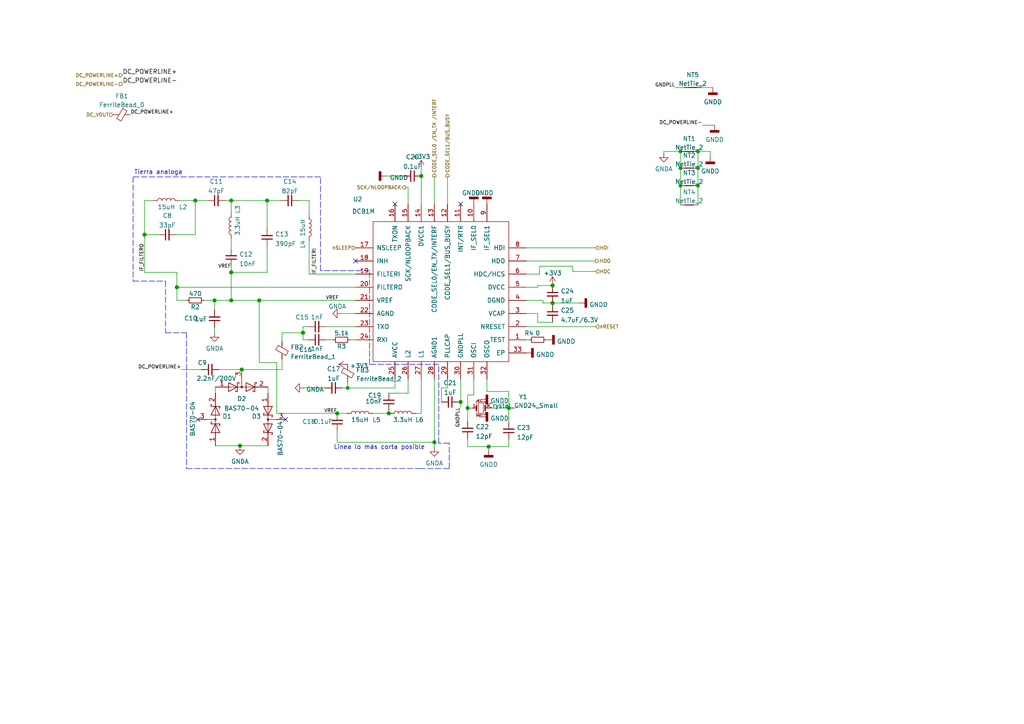
<source format=kicad_sch>
(kicad_sch (version 20211123) (generator eeschema)
  (paper "A4")
  (lib_symbols
    (symbol "Device:C_Small" (pin_numbers hide) (pin_names (offset 0.254) hide)
      (property "Reference" "C" (at 0.254 1.778 0))
      (property "Value" "C_Small" (at 0.254 -2.032 0))
      (symbol "C_Small_0_1"
        (polyline (pts (xy -1.524 -0.508) (xy 1.524 -0.508)) (stroke (width 0.3302)))
        (polyline (pts (xy -1.524 0.508) (xy 1.524 0.508)) (stroke (width 0.3048)))
      )
      (symbol "C_Small_1_1"
        (pin passive line (at 0 2.54 270) (length 2.032) (name "~") (number "1"))
        (pin passive line (at 0 -2.54 90) (length 2.032) (name "~") (number "2"))
      )
    )
    (symbol "Device:Crystal_GND24_Small" (pin_names (offset 1.016) hide)
      (property "Reference" "Y" (at 1.27 4.445 0))
      (property "Value" "Crystal_GND24_Small" (at 1.27 2.54 0))
      (symbol "Crystal_GND24_Small_0_1"
        (rectangle (start -0.762 -1.524) (end 0.762 1.524))
        (polyline (pts (xy -1.27 -0.762) (xy -1.27 0.762)) (stroke (width 0.381)))
        (polyline (pts (xy 1.27 -0.762) (xy 1.27 0.762)) (stroke (width 0.381)))
        (polyline (pts (xy -1.27 -1.27) (xy -1.27 -1.905) (xy 1.27 -1.905) (xy 1.27 -1.27)))
        (polyline (pts (xy -1.27 1.27) (xy -1.27 1.905) (xy 1.27 1.905) (xy 1.27 1.27)))
      )
      (symbol "Crystal_GND24_Small_1_1"
        (pin passive line (at -2.54 0 0) (length 1.27) (name "1") (number "1"))
        (pin passive line (at 0 -2.54 90) (length 0.635) (name "2") (number "2"))
        (pin passive line (at 2.54 0 180) (length 1.27) (name "3") (number "3"))
        (pin passive line (at 0 2.54 270) (length 0.635) (name "4") (number "4"))
      )
    )
    (symbol "Device:D_Schottky_x2_Serial_AKC" (pin_names (offset 0.762) hide)
      (property "Reference" "D" (at 1.27 -2.54 0))
      (property "Value" "D_Schottky_x2_Serial_AKC" (at 0 2.54 0))
      (symbol "D_Schottky_x2_Serial_AKC_0_1"
        (polyline (pts (xy -3.81 0) (xy 3.81 0)))
        (polyline (pts (xy 0 0) (xy 0 -2.54)))
        (polyline (pts (xy 6.35 0) (xy 7.62 0)))
        (polyline (pts (xy -1.27 -1.27) (xy -1.27 1.27) (xy -1.27 1.27)) (stroke (width 0.2032)))
        (polyline (pts (xy 3.81 1.27) (xy 3.81 -1.27) (xy 3.81 -1.27)) (stroke (width 0.2032)))
        (polyline (pts (xy -1.27 -1.27) (xy -0.762 -1.27) (xy -0.762 -1.016) (xy -0.762 -1.016)) (stroke (width 0.2032)))
        (polyline (pts (xy 3.81 -1.27) (xy 4.318 -1.27) (xy 4.318 -1.016) (xy 4.318 -1.016)) (stroke (width 0.2032)))
        (polyline (pts (xy 3.81 1.27) (xy 3.302 1.27) (xy 3.302 1.016) (xy 3.302 1.016)) (stroke (width 0.2032)))
        (polyline (pts (xy -1.778 1.016) (xy -1.778 1.27) (xy -1.27 1.27) (xy -1.27 1.27) (xy -1.27 1.27)) (stroke (width 0.2032)))
        (polyline (pts (xy -3.81 1.27) (xy -1.27 0) (xy -3.81 -1.27) (xy -3.81 1.27) (xy -3.81 1.27) (xy -3.81 1.27)) (stroke (width 0.2032)))
        (polyline (pts (xy 1.27 1.27) (xy 3.81 0) (xy 1.27 -1.27) (xy 1.27 1.27) (xy 1.27 1.27) (xy 1.27 1.27)) (stroke (width 0.2032)))
        (circle (center 0 0) (radius 0.254) (fill (type outline)))
        (pin passive line (at -7.62 0 0) (length 3.81) (name "A") (number "1"))
        (pin passive line (at 7.62 0 180) (length 3.81) (name "K") (number "2"))
        (pin passive line (at 0 -5.08 90) (length 2.54) (name "common") (number "3"))
      )
    )
    (symbol "Device:Ferrite_Bead_Small" (pin_numbers hide) (pin_names (offset 0))
      (property "Reference" "FB" (at 1.905 1.27 0))
      (property "Value" "Ferrite_Bead_Small" (at 1.905 -1.27 0))
      (symbol "Ferrite_Bead_Small_0_1"
        (polyline (pts (xy 0 -1.27) (xy 0 -0.7874)))
        (polyline (pts (xy 0 0.889) (xy 0 1.2954)))
        (polyline (pts (xy -1.8288 0.2794) (xy -1.1176 1.4986) (xy 1.8288 -0.2032) (xy 1.1176 -1.4224) (xy -1.8288 0.2794)))
      )
      (symbol "Ferrite_Bead_Small_1_1"
        (pin passive line (at 0 2.54 270) (length 1.27) (name "~") (number "1"))
        (pin passive line (at 0 -2.54 90) (length 1.27) (name "~") (number "2"))
      )
    )
    (symbol "Device:L" (pin_numbers hide) (pin_names (offset 1.016) hide)
      (property "Reference" "L" (at -1.27 0 90))
      (property "Value" "L" (at 1.905 0 90))
      (symbol "L_0_1"
        (arc (start 0 -2.54) (mid 0.635 -1.905) (end 0 -1.27))
        (arc (start 0 -1.27) (mid 0.635 -0.635) (end 0 0))
        (arc (start 0 0) (mid 0.635 0.635) (end 0 1.27))
        (arc (start 0 1.27) (mid 0.635 1.905) (end 0 2.54))
      )
      (symbol "L_1_1"
        (pin passive line (at 0 3.81 270) (length 1.27) (name "1") (number "1"))
        (pin passive line (at 0 -3.81 90) (length 1.27) (name "2") (number "2"))
      )
    )
    (symbol "Device:NetTie_2" (pin_numbers hide) (pin_names (offset 0) hide)
      (property "Reference" "NT" (at 0 1.27 0))
      (property "Value" "NetTie_2" (at 0 -1.27 0))
      (symbol "NetTie_2_0_1"
        (polyline (pts (xy -1.27 0) (xy 1.27 0)) (stroke (width 0.254)))
      )
      (symbol "NetTie_2_1_1"
        (pin passive line (at -2.54 0 0) (length 2.54) (name "1") (number "1"))
        (pin passive line (at 2.54 0 180) (length 2.54) (name "2") (number "2"))
      )
    )
    (symbol "Device:R_Small" (pin_numbers hide) (pin_names (offset 0.254) hide)
      (property "Reference" "R" (at 0.762 0.508 0))
      (property "Value" "R_Small" (at 0.762 -1.016 0))
      (symbol "R_Small_0_1"
        (rectangle (start -0.762 1.778) (end 0.762 -1.778) (stroke (width 0.2032)))
      )
      (symbol "R_Small_1_1"
        (pin passive line (at 0 2.54 270) (length 0.762) (name "~") (number "1"))
        (pin passive line (at 0 -2.54 90) (length 0.762) (name "~") (number "2"))
      )
    )
    (symbol "power:+3V3" (power) (pin_names (offset 0))
      (property "Value" "+3V3" (at 0 3.556 0))
      (symbol "+3V3_0_1"
        (polyline (pts (xy -0.762 1.27) (xy 0 2.54)))
        (polyline (pts (xy 0 0) (xy 0 2.54)))
        (polyline (pts (xy 0 2.54) (xy 0.762 1.27)))
      )
      (symbol "+3V3_1_1"
        (pin power_in line (at 0 0 90) (length 0) hide (name "+3V3") (number "1"))
      )
    )
    (symbol "power:GNDA" (power) (pin_names (offset 0))
      (property "Value" "GNDA" (at 0 -3.81 0))
      (symbol "GNDA_0_1"
        (polyline (pts (xy 0 0) (xy 0 -1.27) (xy 1.27 -1.27) (xy 0 -2.54) (xy -1.27 -1.27) (xy 0 -1.27)))
      )
      (symbol "GNDA_1_1"
        (pin power_in line (at 0 0 270) (length 0) hide (name "GNDA") (number "1"))
      )
    )
    (symbol "power:GNDD" (power) (pin_names (offset 0))
      (property "Value" "GNDD" (at 0 -3.175 0))
      (symbol "GNDD_0_1"
        (rectangle (start -1.27 -1.524) (end 1.27 -2.032) (stroke (width 0.254)) (fill (type outline)))
        (polyline (pts (xy 0 0) (xy 0 -1.524)))
      )
      (symbol "GNDD_1_1"
        (pin power_in line (at 0 0 270) (length 0) hide (name "GNDD") (number "1"))
      )
    )
    (symbol "zembia:DCB1M" (pin_names (offset 1.016))
      (property "Reference" "U" (at -36.83 43.18 0))
      (property "Value" "DCB1M" (at 20.32 -3.81 0))
      (property "MPN" "DCB1M" (at 0 0 0))
      (symbol "DCB1M_0_1"
        (rectangle (start -34.29 39.37) (end 5.08 -1.27))
      )
      (symbol "DCB1M_1_1"
        (pin input line (at 10.16 5.08 180) (length 5.08) (name "TEST") (number "1"))
        (pin input line (at -5.08 44.45 270) (length 5.08) (name "IF_SEL0") (number "10"))
        (pin input line (at -8.89 44.45 270) (length 5.08) (name "INT/RTR") (number "11"))
        (pin input line (at -12.7 44.45 270) (length 5.08) (name "CODE_SEL1/BUS_BUSY") (number "12"))
        (pin input line (at -16.51 44.45 270) (length 5.08) (name "CODE_SEL0/EN_TX/INTERF") (number "13"))
        (pin input line (at -20.32 44.45 270) (length 5.08) (name "DVCC1") (number "14"))
        (pin input line (at -24.13 44.45 270) (length 5.08) (name "SCK/NLOOPBACK") (number "15"))
        (pin input line (at -27.94 44.45 270) (length 5.08) (name "TXON") (number "16"))
        (pin input line (at -39.37 31.75 0) (length 5.08) (name "NSLEEP") (number "17"))
        (pin input line (at -39.37 27.94 0) (length 5.08) (name "INH") (number "18"))
        (pin input line (at -39.37 24.13 0) (length 5.08) (name "FILTERI") (number "19"))
        (pin input line (at 10.16 8.89 180) (length 5.08) (name "NRESET") (number "2"))
        (pin input line (at -39.37 20.32 0) (length 5.08) (name "FILTERO") (number "20"))
        (pin input line (at -39.37 16.51 0) (length 5.08) (name "VREF") (number "21"))
        (pin input line (at -39.37 12.7 0) (length 5.08) (name "AGND") (number "22"))
        (pin input line (at -39.37 8.89 0) (length 5.08) (name "TXO") (number "23"))
        (pin input line (at -39.37 5.08 0) (length 5.08) (name "RXI") (number "24"))
        (pin input line (at -27.94 -6.35 90) (length 5.08) (name "AVCC") (number "25"))
        (pin input line (at -24.13 -6.35 90) (length 5.08) (name "L2") (number "26"))
        (pin input line (at -20.32 -6.35 90) (length 5.08) (name "L1") (number "27"))
        (pin input line (at -16.51 -6.35 90) (length 5.08) (name "AGND1") (number "28"))
        (pin input line (at -12.7 -6.35 90) (length 5.08) (name "PLLCAP") (number "29"))
        (pin input line (at 10.16 12.7 180) (length 5.08) (name "VCAP") (number "3"))
        (pin input line (at -8.89 -6.35 90) (length 5.08) (name "GNDPLL") (number "30"))
        (pin input line (at -5.08 -6.35 90) (length 5.08) (name "OSCI") (number "31"))
        (pin input line (at -1.27 -6.35 90) (length 5.08) (name "OSCO") (number "32"))
        (pin input line (at 10.16 1.27 180) (length 5.08) (name "EP") (number "33"))
        (pin input line (at 10.16 16.51 180) (length 5.08) (name "DGND") (number "4"))
        (pin input line (at 10.16 20.32 180) (length 5.08) (name "DVCC") (number "5"))
        (pin input line (at 10.16 24.13 180) (length 5.08) (name "HDC/HCS") (number "6"))
        (pin input line (at 10.16 27.94 180) (length 5.08) (name "HDO") (number "7"))
        (pin input line (at 10.16 31.75 180) (length 5.08) (name "HDI") (number "8"))
        (pin input line (at -1.27 44.45 270) (length 5.08) (name "IF_SEL1") (number "9"))
      )
    )
  )
  (junction (at 135.636 118.364) (diameter 1.016))
  (junction (at 67.056 78.994) (diameter 1.016))
  (junction (at 100.838 112.522))
  (junction (at 197.358 43.942))
  (junction (at 202.438 53.848))
  (junction (at 75.184 87.122) (diameter 1.016))
  (junction (at 122.174 51.054) (diameter 1.016))
  (junction (at 70.104 107.188) (diameter 1.016))
  (junction (at 112.776 119.888) (diameter 1.016))
  (junction (at 87.884 96.52) (diameter 1.016))
  (junction (at 51.308 83.312) (diameter 1.016))
  (junction (at 197.358 48.768))
  (junction (at 69.596 129.286) (diameter 1.016))
  (junction (at 147.574 118.364) (diameter 1.016))
  (junction (at 56.642 58.166) (diameter 1.016))
  (junction (at 133.604 116.586) (diameter 1.016))
  (junction (at 141.732 129.54) (diameter 1.016))
  (junction (at 97.79 119.888) (diameter 1.016))
  (junction (at 202.438 48.768))
  (junction (at 41.91 68.072) (diameter 1.016))
  (junction (at 160.274 87.884) (diameter 1.016))
  (junction (at 160.274 82.804) (diameter 1.016))
  (junction (at 62.23 87.122) (diameter 1.016))
  (junction (at 202.438 43.942))
  (junction (at 67.056 58.166) (diameter 1.016))
  (junction (at 67.056 87.122) (diameter 1.016))
  (junction (at 125.984 128.27) (diameter 1.016))
  (junction (at 197.358 53.848))
  (junction (at 77.47 58.166) (diameter 1.016))
  (no_connect (at 103.124 75.692))
  (no_connect (at 133.604 59.182))
  (no_connect (at 114.554 59.182))
  (no_connect (at 57.404 121.666))
  (no_connect (at 82.804 121.666))
  (wire (pts (xy 135.636 114.554) (xy 135.636 118.364)))
  (wire (pts (xy 137.414 109.982) (xy 137.414 114.554)))
  (wire (pts (xy 137.414 114.554) (xy 135.636 114.554)))
  (wire (pts (xy 62.23 94.996) (xy 62.23 96.52)))
  (wire (pts (xy 152.654 98.552) (xy 153.416 98.552)))
  (wire (pts (xy 152.654 90.932) (xy 155.956 90.932)))
  (wire (pts (xy 155.956 90.932) (xy 155.956 93.472)))
  (wire (pts (xy 155.956 93.472) (xy 160.274 93.472)))
  (wire (pts (xy 135.636 127.254) (xy 135.636 129.54)))
  (wire (pts (xy 135.636 129.54) (xy 141.732 129.54)))
  (wire (pts (xy 141.732 129.54) (xy 147.574 129.54)))
  (wire (pts (xy 147.574 129.54) (xy 147.574 127.508)))
  (wire (pts (xy 62.484 129.286) (xy 69.596 129.286)))
  (wire (pts (xy 69.596 129.286) (xy 77.724 129.286)))
  (wire (pts (xy 112.776 119.126) (xy 112.776 119.888)))
  (wire (pts (xy 112.776 119.888) (xy 113.03 119.888)))
  (wire (pts (xy 67.056 78.994) (xy 67.056 87.122)))
  (wire (pts (xy 141.732 129.54) (xy 141.732 130.556)))
  (wire (pts (xy 62.484 112.268) (xy 62.484 114.046)))
  (wire (pts (xy 202.438 48.768) (xy 202.438 43.942)))
  (polyline (pts (xy 38.608 51.308) (xy 38.608 81.534)) (stroke (width 0) (type dash)))
  (polyline (pts (xy 38.608 81.534) (xy 48.006 81.534)) (stroke (width 0) (type dash)))
  (polyline (pts (xy 48.006 81.534) (xy 48.006 96.52)) (stroke (width 0) (type dash)))
  (polyline (pts (xy 48.006 96.52) (xy 54.102 96.52)) (stroke (width 0) (type dash)))
  (polyline (pts (xy 54.102 96.52) (xy 54.102 135.89)) (stroke (width 0) (type dash)))
  (polyline (pts (xy 54.102 135.89) (xy 121.666 135.89)) (stroke (width 0) (type dash)))
  (polyline (pts (xy 92.964 51.308) (xy 38.608 51.308)) (stroke (width 0) (type dash)))
  (polyline (pts (xy 92.964 78.486) (xy 92.964 51.308)) (stroke (width 0) (type dash)))
  (polyline (pts (xy 107.188 78.486) (xy 92.964 78.486)) (stroke (width 0) (type dash)))
  (polyline (pts (xy 107.188 105.664) (xy 107.188 78.486)) (stroke (width 0) (type dash)))
  (polyline (pts (xy 121.666 135.89) (xy 130.302 135.89)) (stroke (width 0) (type dash)))
  (polyline (pts (xy 127.254 105.664) (xy 107.188 105.664)) (stroke (width 0) (type dash)))
  (polyline (pts (xy 127.254 128.524) (xy 127.254 105.664)) (stroke (width 0) (type dash)))
  (polyline (pts (xy 130.302 128.524) (xy 127.254 128.524)) (stroke (width 0) (type dash)))
  (polyline (pts (xy 130.302 135.89) (xy 130.302 128.524)) (stroke (width 0) (type dash)))
  (wire (pts (xy 152.654 71.882) (xy 172.72 71.882)))
  (wire (pts (xy 41.91 58.166) (xy 41.91 68.072)))
  (wire (pts (xy 41.91 68.072) (xy 45.974 68.072)))
  (wire (pts (xy 44.45 58.166) (xy 41.91 58.166)))
  (wire (pts (xy 87.884 94.742) (xy 87.884 96.52)))
  (wire (pts (xy 87.884 96.52) (xy 87.884 98.552)))
  (wire (pts (xy 87.884 98.552) (xy 89.408 98.552)))
  (wire (pts (xy 89.408 94.742) (xy 87.884 94.742)))
  (wire (pts (xy 152.654 83.312) (xy 155.956 83.312)))
  (wire (pts (xy 155.956 82.804) (xy 160.274 82.804)))
  (wire (pts (xy 155.956 83.312) (xy 155.956 82.804)))
  (wire (pts (xy 75.184 87.122) (xy 75.184 105.156)))
  (wire (pts (xy 80.264 105.156) (xy 75.184 105.156)))
  (wire (pts (xy 80.264 119.888) (xy 80.264 105.156)))
  (wire (pts (xy 97.79 119.888) (xy 80.264 119.888)))
  (wire (pts (xy 62.23 87.122) (xy 67.056 87.122)))
  (wire (pts (xy 67.056 87.122) (xy 75.184 87.122)))
  (wire (pts (xy 75.184 87.122) (xy 103.124 87.122)))
  (wire (pts (xy 63.5 107.188) (xy 70.104 107.188)))
  (wire (pts (xy 70.104 107.188) (xy 81.788 107.188)))
  (wire (pts (xy 81.788 107.188) (xy 81.788 104.14)))
  (wire (pts (xy 125.984 109.982) (xy 125.984 128.27)))
  (wire (pts (xy 125.984 128.27) (xy 125.984 129.794)))
  (wire (pts (xy 51.054 68.072) (xy 56.642 68.072)))
  (wire (pts (xy 56.642 58.166) (xy 52.07 58.166)))
  (wire (pts (xy 56.642 68.072) (xy 56.642 58.166)))
  (wire (pts (xy 128.016 112.522) (xy 128.016 116.586)))
  (wire (pts (xy 129.794 109.982) (xy 129.794 112.522)))
  (wire (pts (xy 129.794 112.522) (xy 128.016 112.522)))
  (wire (pts (xy 203.454 25.4) (xy 206.756 25.4)))
  (wire (pts (xy 94.488 98.552) (xy 96.52 98.552)))
  (wire (pts (xy 99.314 112.522) (xy 100.838 112.522)))
  (wire (pts (xy 197.358 43.942) (xy 197.358 48.768)))
  (wire (pts (xy 67.056 77.216) (xy 67.056 78.994)))
  (wire (pts (xy 152.654 79.502) (xy 156.464 79.502)))
  (wire (pts (xy 156.464 77.216) (xy 166.116 77.216)))
  (wire (pts (xy 156.464 79.502) (xy 156.464 77.216)))
  (wire (pts (xy 166.116 77.216) (xy 166.116 78.74)))
  (wire (pts (xy 166.116 78.74) (xy 172.72 78.74)))
  (wire (pts (xy 197.358 53.848) (xy 197.358 59.436)))
  (wire (pts (xy 97.79 124.968) (xy 97.79 128.27)))
  (wire (pts (xy 97.79 128.27) (xy 125.984 128.27)))
  (wire (pts (xy 141.224 109.982) (xy 141.224 113.538)))
  (wire (pts (xy 141.224 113.538) (xy 147.574 113.538)))
  (wire (pts (xy 147.574 113.538) (xy 147.574 118.364)))
  (wire (pts (xy 56.642 58.166) (xy 60.198 58.166)))
  (wire (pts (xy 122.174 49.022) (xy 122.174 51.054)))
  (wire (pts (xy 122.174 51.054) (xy 122.174 59.182)))
  (wire (pts (xy 77.47 58.166) (xy 77.47 66.294)))
  (wire (pts (xy 65.278 58.166) (xy 67.056 58.166)))
  (wire (pts (xy 67.056 58.166) (xy 67.056 61.722)))
  (wire (pts (xy 41.91 68.072) (xy 41.91 78.994)))
  (wire (pts (xy 41.91 78.994) (xy 51.308 78.994)))
  (wire (pts (xy 51.308 83.312) (xy 103.124 83.312)))
  (wire (pts (xy 94.488 94.742) (xy 103.124 94.742)))
  (wire (pts (xy 158.496 98.552) (xy 158.75 98.552)))
  (wire (pts (xy 52.578 107.188) (xy 58.42 107.188)))
  (wire (pts (xy 125.984 51.308) (xy 125.984 59.182)))
  (wire (pts (xy 100.838 112.522) (xy 114.554 112.522)))
  (wire (pts (xy 202.438 43.942) (xy 205.994 43.942)))
  (wire (pts (xy 205.994 45.466) (xy 205.994 43.942)))
  (wire (pts (xy 81.788 96.52) (xy 81.788 99.06)))
  (wire (pts (xy 87.884 96.52) (xy 81.788 96.52)))
  (wire (pts (xy 141.986 118.364) (xy 147.574 118.364)))
  (wire (pts (xy 147.574 118.364) (xy 147.574 122.428)))
  (wire (pts (xy 152.654 94.742) (xy 172.72 94.742)))
  (wire (pts (xy 114.554 112.522) (xy 114.554 109.982)))
  (wire (pts (xy 192.532 43.942) (xy 192.532 44.45)))
  (wire (pts (xy 197.358 43.942) (xy 192.532 43.942)))
  (wire (pts (xy 88.138 112.522) (xy 94.234 112.522)))
  (wire (pts (xy 100.584 119.888) (xy 97.79 119.888)))
  (wire (pts (xy 51.308 83.312) (xy 51.308 78.994)))
  (wire (pts (xy 51.308 87.122) (xy 51.308 83.312)))
  (wire (pts (xy 54.102 87.122) (xy 51.308 87.122)))
  (wire (pts (xy 202.438 48.768) (xy 202.438 53.848)))
  (wire (pts (xy 89.662 69.85) (xy 89.662 79.502)))
  (wire (pts (xy 67.056 58.166) (xy 77.47 58.166)))
  (wire (pts (xy 77.47 58.166) (xy 81.534 58.166)))
  (wire (pts (xy 67.056 69.342) (xy 67.056 72.136)))
  (wire (pts (xy 117.602 54.356) (xy 118.364 54.356)))
  (wire (pts (xy 118.364 54.356) (xy 118.364 59.182)))
  (wire (pts (xy 101.6 98.552) (xy 103.124 98.552)))
  (wire (pts (xy 62.23 87.122) (xy 62.23 89.916)))
  (wire (pts (xy 77.724 112.268) (xy 77.724 114.046)))
  (wire (pts (xy 197.358 48.768) (xy 197.358 53.848)))
  (wire (pts (xy 152.654 75.692) (xy 172.72 75.692)))
  (wire (pts (xy 195.834 25.4) (xy 198.374 25.4)))
  (wire (pts (xy 112.014 51.054) (xy 117.094 51.054)))
  (wire (pts (xy 152.654 87.122) (xy 157.48 87.122)))
  (wire (pts (xy 157.48 87.122) (xy 157.48 87.884)))
  (wire (pts (xy 157.48 87.884) (xy 160.274 87.884)))
  (wire (pts (xy 100.838 110.744) (xy 100.838 112.522)))
  (wire (pts (xy 67.056 78.994) (xy 77.47 78.994)))
  (wire (pts (xy 77.47 78.994) (xy 77.47 71.374)))
  (wire (pts (xy 135.636 118.364) (xy 135.636 122.174)))
  (wire (pts (xy 136.906 118.364) (xy 135.636 118.364)))
  (wire (pts (xy 108.204 119.888) (xy 112.776 119.888)))
  (wire (pts (xy 160.274 87.884) (xy 168.148 87.884)))
  (wire (pts (xy 129.794 51.308) (xy 129.794 59.182)))
  (wire (pts (xy 89.662 79.502) (xy 103.124 79.502)))
  (wire (pts (xy 202.438 53.848) (xy 202.438 59.436)))
  (wire (pts (xy 118.364 109.982) (xy 118.364 114.046)))
  (wire (pts (xy 118.364 114.046) (xy 112.776 114.046)))
  (wire (pts (xy 86.614 58.166) (xy 89.662 58.166)))
  (wire (pts (xy 89.662 58.166) (xy 89.662 62.23)))
  (wire (pts (xy 133.604 116.586) (xy 133.604 118.11)))
  (wire (pts (xy 160.274 87.884) (xy 160.274 88.392)))
  (wire (pts (xy 59.182 87.122) (xy 62.23 87.122)))
  (wire (pts (xy 203.708 36.322) (xy 207.264 36.322)))
  (wire (pts (xy 133.604 109.982) (xy 133.604 116.586)))
  (wire (pts (xy 133.604 116.586) (xy 133.096 116.586)))
  (wire (pts (xy 122.174 109.982) (xy 122.174 119.888)))
  (wire (pts (xy 122.174 119.888) (xy 120.65 119.888)))
  (wire (pts (xy 99.06 90.932) (xy 103.124 90.932)))
  (text "Linea lo más corta posible" (at 96.774 130.556 0) (effects (font (size 1.27 1.27)) (justify left bottom)))
  (text "Tierra analoga" (at 38.862 50.8 0) (effects (font (size 1.27 1.27)) (justify left bottom)))
  (label "GNDPLL" (at 195.834 25.4 180) (effects (font (size 1 1))))
  (label "DC_POWERLINE+" (at 35.56 21.844 0))
  (label "VREF" (at 67.056 77.978 180) (effects (font (size 1 1))))
  (label "GNDPLL" (at 133.604 118.11 270) (effects (font (size 1 1))))
  (label "DC_POWERLINE+" (at 37.846 33.274 0) (effects (font (size 1 1))))
  (label "VREF" (at 97.79 119.888 180) (effects (font (size 1 1))))
  (label "IF_FILTERO" (at 41.91 78.74 90) (effects (font (size 1 1))))
  (label "IF_FILTERI" (at 91.948 79.502 90) (effects (font (size 1 1))))
  (label "DC_POWERLINE-" (at 35.56 24.384 0))
  (label "DC_POWERLINE-" (at 203.708 36.322 180) (effects (font (size 1 1))))
  (label "DC_POWERLINE+" (at 52.578 107.188 180) (effects (font (size 1 1))))
  (label "VREF" (at 98.298 87.122 180) (effects (font (size 1 1))))
  (hierarchical_label "DC_VOUT" (shape input) (at 32.766 33.274 180) (effects (font (size 1 1))))
  (hierarchical_label "HDC" (shape input) (at 172.72 78.74 0) (effects (font (size 1 1))))
  (hierarchical_label "nSLEEP" (shape input) (at 103.124 71.882 180) (effects (font (size 1 1))))
  (hierarchical_label "CODE_SEL1{slash}BUS_BUSY" (shape output) (at 129.794 51.308 90) (effects (font (size 1 1))))
  (hierarchical_label "DC_POWERLINE-" (shape input) (at 35.56 24.384 180) (effects (font (size 1 1))))
  (hierarchical_label "CODE_SEL0 {slash}EN_TX {slash}INTERF" (shape output) (at 125.984 51.308 90) (effects (font (size 1 1))))
  (hierarchical_label "HDI" (shape input) (at 172.72 71.882 0) (effects (font (size 1 1))))
  (hierarchical_label "HDO" (shape output) (at 172.72 75.692 0) (effects (font (size 1 1))))
  (hierarchical_label "DC_POWERLINE+" (shape input) (at 35.56 21.844 180) (effects (font (size 1 1))))
  (hierarchical_label "nRESET" (shape input) (at 172.72 94.742 0) (effects (font (size 1 1))))
  (hierarchical_label "SCK{slash}NLOOPBACK" (shape output) (at 117.602 54.356 180) (effects (font (size 1 1))))
  (symbol (lib_id "Device:C_Small") (at 135.636 124.714 180) (unit 1)
    (property "Reference" "C22" (at 137.9602 123.8055 0) (effects (justify right)))
    (property "Value" "12pF" (at 137.9602 126.5806 0) (effects (justify right)))
    (property "Footprint" "Capacitor_SMD:C_0603_1608Metric" (effects hide))
    (property "MPN" "VJ0603D120JXPAJ" (effects hide))
  )
  (symbol (lib_id "Device:C_Small") (at 62.738 58.166 90) (unit 1)
    (property "Reference" "C11" (at 62.738 52.6373 90))
    (property "Value" "47pF" (at 62.738 55.4124 90))
    (property "Footprint" "Capacitor_SMD:C_0402_1005Metric" (effects hide))
    (property "MPN" "0402N470J250CT" (effects hide))
  )
  (symbol (lib_id "Device:C_Small") (at 67.056 74.676 180) (unit 1)
    (property "Reference" "C12" (at 69.3802 73.7675 0) (effects (justify right)))
    (property "Value" "10nF" (at 69.3802 76.5426 0) (effects (justify right)))
    (property "Footprint" "Capacitor_SMD:C_0603_1608Metric" (effects hide))
    (property "MPN" "VJ0603Y103KXAAC" (effects hide))
  )
  (symbol (lib_id "Device:C_Small") (at 60.96 107.188 90) (mirror x) (unit 1)
    (property "Reference" "C9" (at 58.674 105.2153 90))
    (property "Value" "2.2nF{slash}200V" (at 62.738 109.7684 90))
    (property "Footprint" "Capacitor_SMD:C_0603_1608Metric" (effects hide))
    (property "MPN" "C0603C222K2RECAUTO" (effects hide))
  )
  (symbol (lib_id "Device:L") (at 116.84 119.888 270) (mirror x) (unit 1)
    (property "Reference" "L6" (at 121.666 121.7634 90))
    (property "Value" "3.3uH" (at 116.84 121.7445 90))
    (property "Footprint" "Inductor_SMD:L_0805_2012Metric" (effects hide))
    (property "MPN" "AIML-0805-3R3K-T" (effects hide))
  )
  (symbol (lib_id "Device:L") (at 89.662 66.04 0) (mirror x) (unit 1)
    (property "Reference" "L4" (at 87.7866 70.866 90))
    (property "Value" "15uH" (at 87.8055 66.04 90))
    (property "Footprint" "Inductor_SMD:L_0805_2012Metric" (effects hide))
    (property "MPN" "815-AIML-0805-150K-T" (effects hide))
  )
  (symbol (lib_id "Device:C_Small") (at 91.948 98.552 90) (mirror x) (unit 1)
    (property "Reference" "C16" (at 88.646 101.4053 90))
    (property "Value" "1nF" (at 91.948 101.1324 90))
    (property "Footprint" "Capacitor_SMD:C_0603_1608Metric" (effects hide))
    (property "MPN" "GRM1885C1H102JA01D" (effects hide))
  )
  (symbol (lib_id "Device:C_Small") (at 119.634 51.054 270) (unit 1)
    (property "Reference" "C20" (at 119.634 45.5253 90))
    (property "Value" "0.1uF" (at 119.634 48.3004 90))
    (property "Footprint" "Capacitor_SMD:C_0603_1608Metric" (effects hide))
    (property "MPN" "C0603C104K5RAC3121" (effects hide))
  )
  (symbol (lib_id "Device:C_Small") (at 97.79 122.428 180) (unit 1)
    (property "Reference" "C18" (at 87.6682 122.2815 0) (effects (justify right)))
    (property "Value" "0.1uF" (at 90.9702 122.2626 0) (effects (justify right)))
    (property "Footprint" "Capacitor_SMD:C_0603_1608Metric" (effects hide))
    (property "MPN" "C0603C104K5RAC3121" (effects hide))
  )
  (symbol (lib_id "zembia:DCB1M") (at 142.494 103.632 0) (unit 1)
    (property "Reference" "U2" (at 102.3621 57.7655 0) (effects (justify left)))
    (property "Value" "DCB1M" (at 102.1081 61.3026 0) (effects (justify left)))
    (property "Footprint" "Package_DFN_QFN:QFN-32-1EP_5x5mm_P0.5mm_EP3.3x3.3mm" (effects hide))
    (property "MPN" "DCB1M" (effects hide))
  )
  (symbol (lib_id "Device:C_Small") (at 84.074 58.166 270) (unit 1)
    (property "Reference" "C14" (at 84.074 52.6373 90))
    (property "Value" "82pF" (at 84.074 55.4124 90))
    (property "Footprint" "Capacitor_SMD:C_0603_1608Metric" (effects hide))
    (property "MPN" "VJ0603A820JXAAC" (effects hide))
  )
  (symbol (lib_id "power:+3V3") (at 122.174 49.022 0) (unit 1)
    (property "Reference" "#PWR0116" (effects hide))
    (property "Value" "+3V3" (at 122.174 45.4174 0))
  )
  (symbol (lib_id "Device:R_Small") (at 155.956 98.552 90) (unit 1)
    (property "Reference" "R4" (at 153.416 96.6428 90))
    (property "Value" "0" (at 155.956 96.6239 90))
    (property "Footprint" "Resistor_SMD:R_0603_1608Metric" (effects hide))
    (property "MPN" "CRCW06030000Z0EAHP" (effects hide))
  )
  (symbol (lib_id "Device:C_Small") (at 112.776 116.586 180) (unit 1)
    (property "Reference" "C19" (at 106.7182 114.6615 0) (effects (justify right)))
    (property "Value" "10nF" (at 105.9562 116.4206 0) (effects (justify right)))
    (property "Footprint" "Capacitor_SMD:C_0603_1608Metric" (effects hide))
    (property "MPN" "VJ0603Y103KXAAC" (effects hide))
  )
  (symbol (lib_id "Device:NetTie_2") (at 199.898 53.848 0) (unit 1) (in_bom no)
    (property "Reference" "NT3" (at 199.898 50.1482 0))
    (property "Value" "NetTie_2" (at 199.898 52.6851 0))
    (property "Footprint" "zembia-footprints:NetTie-2_SMD_Pad0.25mm" (effects hide))
  )
  (symbol (lib_id "Device:C_Small") (at 62.23 92.456 180) (unit 1)
    (property "Reference" "C10" (at 53.3782 92.3095 0) (effects (justify right)))
    (property "Value" "1uF" (at 56.4262 92.5446 0) (effects (justify right)))
    (property "Footprint" "Capacitor_SMD:C_0805_2012Metric" (effects hide))
    (property "MPN" "C2012JB1V105M085AB" (effects hide))
  )
  (symbol (lib_id "power:+3V3") (at 100.838 105.664 90) (unit 1)
    (property "Reference" "#PWR0130" (effects hide))
    (property "Value" "+3V3" (at 101.473 106.0978 90) (effects (justify right)))
  )
  (symbol (lib_id "Device:C_Small") (at 147.574 124.968 180) (unit 1)
    (property "Reference" "C23" (at 149.8982 124.0595 0) (effects (justify right)))
    (property "Value" "12pF" (at 149.8982 126.8346 0) (effects (justify right)))
    (property "Footprint" "Capacitor_SMD:C_0603_1608Metric" (effects hide))
    (property "MPN" "VJ0603D120JXPAJ" (effects hide))
  )
  (symbol (lib_id "Device:L") (at 48.26 58.166 270) (mirror x) (unit 1)
    (property "Reference" "L2" (at 53.086 60.0414 90))
    (property "Value" "15uH" (at 48.26 60.0225 90))
    (property "Footprint" "Inductor_SMD:L_0805_2012Metric" (effects hide))
    (property "MPN" "815-AIML-0805-150K-T" (effects hide))
  )
  (symbol (lib_id "Device:R_Small") (at 99.06 98.552 270) (unit 1)
    (property "Reference" "R3" (at 99.06 100.4528 90))
    (property "Value" "5.1k" (at 99.06 96.6239 90))
    (property "Footprint" "Resistor_SMD:R_0603_1608Metric" (effects hide))
    (property "MPN" "CR0603-JW-512ELF" (effects hide))
  )
  (symbol (lib_id "Device:C_Small") (at 160.274 90.932 0) (unit 1)
    (property "Reference" "C25" (at 162.5982 90.0235 0) (effects (justify left)))
    (property "Value" "4.7uF{slash}6.3V" (at 162.5982 92.7986 0) (effects (justify left)))
    (property "Footprint" "Capacitor_SMD:C_0603_1608Metric" (effects hide))
    (property "MPN" "GCJ188C70J475KE02D" (effects hide))
  )
  (symbol (lib_id "power:GNDD") (at 139.446 120.904 90) (unit 1)
    (property "Reference" "#PWR0122" (effects hide))
    (property "Value" "GNDD" (at 142.24 121.3378 90) (effects (justify right)))
  )
  (symbol (lib_id "power:GNDA") (at 88.138 112.522 270) (unit 1)
    (property "Reference" "#PWR0131" (effects hide))
    (property "Value" "GNDA" (at 88.773 112.9558 90) (effects (justify left)))
  )
  (symbol (lib_id "power:GNDD") (at 205.994 45.466 0) (unit 1)
    (property "Reference" "#PWR0126" (effects hide))
    (property "Value" "GNDD" (at 205.994 49.6476 0))
  )
  (symbol (lib_id "power:GNDA") (at 69.596 129.286 0) (unit 1)
    (property "Reference" "#PWR0132" (effects hide))
    (property "Value" "GNDA" (at 69.596 133.8486 0))
  )
  (symbol (lib_id "Device:NetTie_2") (at 199.898 59.436 0) (unit 1) (in_bom no)
    (property "Reference" "NT4" (at 199.898 55.7362 0))
    (property "Value" "NetTie_2" (at 199.898 58.2731 0))
    (property "Footprint" "zembia-footprints:NetTie-2_SMD_Pad0.25mm" (effects hide))
  )
  (symbol (lib_id "power:GNDA") (at 192.532 44.45 0) (unit 1)
    (property "Reference" "#PWR0128" (effects hide))
    (property "Value" "GNDA" (at 192.532 49.0126 0))
  )
  (symbol (lib_id "Device:NetTie_2") (at 200.914 25.4 0) (unit 1) (in_bom no)
    (property "Reference" "NT5" (at 200.914 21.7002 0))
    (property "Value" "NetTie_2" (at 200.914 24.2371 0))
    (property "Footprint" "zembia-footprints:NetTie-2_SMD_Pad0.25mm" (effects hide))
  )
  (symbol (lib_id "Device:L") (at 67.056 65.532 0) (mirror y) (unit 1)
    (property "Reference" "L3" (at 68.9314 60.706 90))
    (property "Value" "3.3uH" (at 68.9125 65.532 90))
    (property "Footprint" "Inductor_SMD:L_0805_2012Metric" (effects hide))
    (property "MPN" "AIML-0805-3R3K-T" (effects hide))
  )
  (symbol (lib_id "Device:C_Small") (at 160.274 85.344 0) (unit 1)
    (property "Reference" "C24" (at 162.5982 84.4355 0) (effects (justify left)))
    (property "Value" "1uF" (at 162.5982 87.2106 0) (effects (justify left)))
    (property "Footprint" "Capacitor_SMD:C_0805_2012Metric" (effects hide))
    (property "MPN" "C2012JB1V105M085AB" (effects hide))
  )
  (symbol (lib_id "power:GNDD") (at 206.756 25.4 0) (unit 1)
    (property "Reference" "#PWR0129" (effects hide))
    (property "Value" "GNDD" (at 206.756 29.5816 0))
  )
  (symbol (lib_id "power:GNDD") (at 152.654 102.362 90) (unit 1)
    (property "Reference" "#PWR0124" (effects hide))
    (property "Value" "GNDD" (at 155.4481 102.841 90) (effects (justify right)))
  )
  (symbol (lib_id "Device:Ferrite_Bead_Small") (at 81.788 101.6 180) (unit 1)
    (property "Reference" "FB2" (at 84.2519 100.6915 0) (effects (justify right)))
    (property "Value" "FerriteBead_1" (at 84.2519 103.4666 0) (effects (justify right)))
    (property "Footprint" "Inductor_SMD:L_0603_1608Metric" (effects hide))
    (property "MPN-DK" "MI0603L301R-10" (effects hide))
    (property "MPN" "MI0603L301R-10" (effects hide))
  )
  (symbol (lib_id "power:GNDD") (at 141.224 59.182 180) (unit 1)
    (property "Reference" "#PWR0117" (effects hide))
    (property "Value" "GNDD" (at 140.462 55.9584 0))
  )
  (symbol (lib_id "Device:D_Schottky_x2_Serial_AKC") (at 70.104 112.268 0) (mirror x) (unit 1)
    (property "Reference" "D2" (at 70.104 115.6622 0))
    (property "Value" "BAS70-04" (at 70.104 118.4373 0))
    (property "Footprint" "Package_TO_SOT_SMD:SOT-23" (effects hide))
    (property "MPN" "BAS70-04 RFG" (effects hide))
  )
  (symbol (lib_id "Device:Crystal_GND24_Small") (at 139.446 118.364 0) (unit 1)
    (property "Reference" "Y1" (at 151.7204 115.0961 0))
    (property "Value" "Crystal_GND24_Small" (at 151.7204 117.633 0))
    (property "Footprint" "Crystal:Crystal_SMD_2016-4Pin_2.0x1.6mm" (effects hide))
    (property "MPN" "ECS-160-12-37B-CTN-TR" (effects hide))
  )
  (symbol (lib_id "Device:C_Small") (at 77.47 68.834 180) (unit 1)
    (property "Reference" "C13" (at 79.7942 67.9255 0) (effects (justify right)))
    (property "Value" "390pF" (at 79.7942 70.7006 0) (effects (justify right)))
    (property "Footprint" "Capacitor_SMD:C_0402_1005Metric" (effects hide))
    (property "MPN" "0402N391J250CT" (effects hide))
  )
  (symbol (lib_id "power:GNDD") (at 137.414 59.182 180) (unit 1)
    (property "Reference" "#PWR0118" (effects hide))
    (property "Value" "GNDD" (at 136.652 55.9584 0))
  )
  (symbol (lib_id "Device:D_Schottky_x2_Serial_AKC") (at 77.724 121.666 90) (mirror x) (unit 1)
    (property "Reference" "D3" (at 75.7173 120.7575 90) (effects (justify left)))
    (property "Value" "BAS70-04" (at 81.3053 122.0086 0) (effects (justify left)))
    (property "Footprint" "Package_TO_SOT_SMD:SOT-23" (effects hide))
    (property "MPN" "BAS70-04 RFG" (effects hide))
  )
  (symbol (lib_id "power:GNDD") (at 207.264 36.322 0) (unit 1)
    (property "Reference" "#PWR0127" (effects hide))
    (property "Value" "GNDD" (at 207.264 40.5036 0))
  )
  (symbol (lib_id "Device:C_Small") (at 91.948 94.742 90) (unit 1)
    (property "Reference" "C15" (at 87.63 92.0073 90))
    (property "Value" "1nF" (at 91.948 91.9884 90))
    (property "Footprint" "Capacitor_SMD:C_0603_1608Metric" (effects hide))
    (property "MPN" "GRM1885C1H102JA01D" (effects hide))
  )
  (symbol (lib_id "Device:Ferrite_Bead_Small") (at 100.838 108.204 0) (unit 1)
    (property "Reference" "FB3" (at 103.3018 107.3312 0) (effects (justify left)))
    (property "Value" "FerriteBead_2" (at 103.3018 109.8681 0) (effects (justify left)))
    (property "Footprint" "Inductor_SMD:L_0603_1608Metric" (effects hide))
    (property "MPN" "HZ0603A222R-10" (effects hide))
  )
  (symbol (lib_id "Device:L") (at 104.394 119.888 270) (mirror x) (unit 1)
    (property "Reference" "L5" (at 109.22 121.7634 90))
    (property "Value" "15uH" (at 104.394 121.7445 90))
    (property "Footprint" "Inductor_SMD:L_0805_2012Metric" (effects hide))
    (property "MPN" "815-AIML-0805-150K-T" (effects hide))
  )
  (symbol (lib_id "power:GNDA") (at 99.06 90.932 270) (unit 1)
    (property "Reference" "#PWR0134" (effects hide))
    (property "Value" "GNDA" (at 95.2501 88.871 90) (effects (justify left)))
  )
  (symbol (lib_id "Device:C_Small") (at 130.556 116.586 270) (unit 1)
    (property "Reference" "C21" (at 130.556 111.0573 90))
    (property "Value" "1uF" (at 130.556 113.8324 90))
    (property "Footprint" "Capacitor_SMD:C_0603_1608Metric" (effects hide))
    (property "MPN" "LMK107B7105KA-T" (effects hide))
  )
  (symbol (lib_id "Device:C_Small") (at 96.774 112.522 270) (unit 1)
    (property "Reference" "C17" (at 96.774 106.9933 90))
    (property "Value" "1uF" (at 96.774 109.7684 90))
    (property "Footprint" "Capacitor_SMD:C_0805_2012Metric" (effects hide))
    (property "MPN" "C2012JB1V105M085AB" (effects hide))
  )
  (symbol (lib_id "power:GNDD") (at 112.014 51.054 270) (unit 1)
    (property "Reference" "#PWR0115" (effects hide))
    (property "Value" "GNDD" (at 113.0301 51.533 90) (effects (justify left)))
  )
  (symbol (lib_id "Device:NetTie_2") (at 199.898 43.942 0) (unit 1) (in_bom no)
    (property "Reference" "NT1" (at 199.898 40.2422 0))
    (property "Value" "NetTie_2" (at 199.898 42.7791 0))
    (property "Footprint" "zembia-footprints:NetTie-2_SMD_Pad0.25mm" (effects hide))
  )
  (symbol (lib_id "power:GNDD") (at 139.446 115.824 90) (unit 1)
    (property "Reference" "#PWR0121" (effects hide))
    (property "Value" "GNDD" (at 142.24 116.2578 90) (effects (justify right)))
  )
  (symbol (lib_id "power:+3V3") (at 160.274 82.804 0) (unit 1)
    (property "Reference" "#PWR0114" (effects hide))
    (property "Value" "+3V3" (at 160.274 79.1994 0))
  )
  (symbol (lib_id "Device:Ferrite_Bead_Small") (at 35.306 33.274 270) (unit 1)
    (property "Reference" "FB1" (at 35.3441 27.8724 90))
    (property "Value" "FerriteBead_0" (at 35.3441 30.4093 90))
    (property "Footprint" "Inductor_SMD:L_Taiyo-Yuden_NR-50xx" (effects hide))
    (property "MPN" "NRS5040T220MMGK" (effects hide))
  )
  (symbol (lib_id "power:GNDD") (at 141.732 130.556 0) (unit 1)
    (property "Reference" "#PWR0119" (effects hide))
    (property "Value" "GNDD" (at 141.732 134.7376 0))
  )
  (symbol (lib_id "Device:C_Small") (at 48.514 68.072 90) (unit 1)
    (property "Reference" "C8" (at 48.514 62.5433 90))
    (property "Value" "33pF" (at 48.514 65.3184 90))
    (property "Footprint" "Capacitor_SMD:C_0603_1608Metric" (effects hide))
    (property "MPN" "06035A330FAT2A" (effects hide))
  )
  (symbol (lib_id "Device:NetTie_2") (at 199.898 48.768 0) (unit 1) (in_bom no)
    (property "Reference" "NT2" (at 199.898 45.0682 0))
    (property "Value" "NetTie_2" (at 199.898 47.6051 0))
    (property "Footprint" "zembia-footprints:NetTie-2_SMD_Pad0.25mm" (effects hide))
  )
  (symbol (lib_id "power:GNDD") (at 158.75 98.552 90) (unit 1)
    (property "Reference" "#PWR0125" (effects hide))
    (property "Value" "GNDD" (at 161.5441 99.031 90) (effects (justify right)))
  )
  (symbol (lib_id "power:GNDD") (at 168.148 87.884 90) (unit 1)
    (property "Reference" "#PWR0123" (effects hide))
    (property "Value" "GNDD" (at 170.9421 88.363 90) (effects (justify right)))
  )
  (symbol (lib_id "power:GNDA") (at 62.23 96.52 0) (unit 1)
    (property "Reference" "#PWR0133" (effects hide))
    (property "Value" "GNDA" (at 62.23 101.0826 0))
  )
  (symbol (lib_id "Device:D_Schottky_x2_Serial_AKC") (at 62.484 121.666 270) (mirror x) (unit 1)
    (property "Reference" "D1" (at 64.4907 120.7575 90) (effects (justify left)))
    (property "Value" "BAS70-04" (at 55.8547 126.5806 0) (effects (justify left)))
    (property "Footprint" "Package_TO_SOT_SMD:SOT-23" (effects hide))
    (property "MPN" "BAS70-04 RFG" (effects hide))
  )
  (symbol (lib_id "Device:R_Small") (at 56.642 87.122 270) (unit 1)
    (property "Reference" "R2" (at 56.642 89.0228 90))
    (property "Value" "470" (at 56.642 85.1939 90))
    (property "Footprint" "Resistor_SMD:R_0603_1608Metric" (effects hide))
    (property "MPN" "CRGCQ0603F470R " (effects hide))
  )
  (symbol (lib_id "power:GNDA") (at 125.984 129.794 0) (unit 1)
    (property "Reference" "#PWR0120" (effects hide))
    (property "Value" "GNDA" (at 125.984 134.3566 0))
  )
)
</source>
